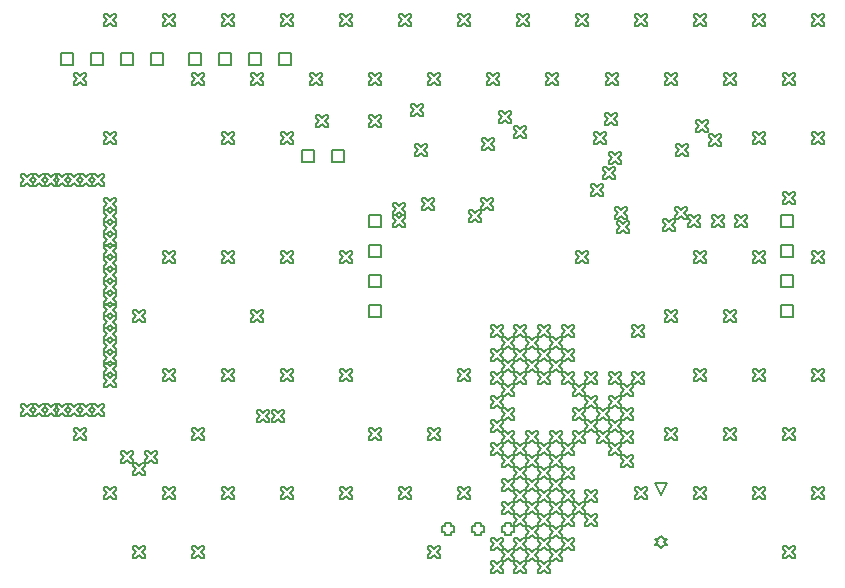
<source format=gbr>
%TF.GenerationSoftware,Altium Limited,Altium Designer,22.10.1 (41)*%
G04 Layer_Color=2752767*
%FSLAX45Y45*%
%MOMM*%
%TF.SameCoordinates,C9E4A285-3493-4599-8121-F693CE24ADE7*%
%TF.FilePolarity,Positive*%
%TF.FileFunction,Drawing*%
%TF.Part,Single*%
G01*
G75*
%TA.AperFunction,NonConductor*%
%ADD48C,0.12700*%
D48*
X3586480Y668020D02*
Y642620D01*
X3637280D01*
Y668020D01*
X3662680D01*
Y718820D01*
X3637280D01*
Y744220D01*
X3586480D01*
Y718820D01*
X3561080D01*
Y668020D01*
X3586480D01*
X3840480D02*
Y642620D01*
X3891280D01*
Y668020D01*
X3916680D01*
Y718820D01*
X3891280D01*
Y744220D01*
X3840480D01*
Y718820D01*
X3815080D01*
Y668020D01*
X3840480D01*
X4094480D02*
Y642620D01*
X4145280D01*
Y668020D01*
X4170680D01*
Y718820D01*
X4145280D01*
Y744220D01*
X4094480D01*
Y718820D01*
X4069080D01*
Y668020D01*
X4094480D01*
X2946400Y2489200D02*
Y2590800D01*
X3048000D01*
Y2489200D01*
X2946400D01*
Y2743200D02*
Y2844800D01*
X3048000D01*
Y2743200D01*
X2946400D01*
Y2997200D02*
Y3098800D01*
X3048000D01*
Y2997200D01*
X2946400D01*
Y3251200D02*
Y3352800D01*
X3048000D01*
Y3251200D01*
X2946400D01*
X1419200Y4619200D02*
Y4720800D01*
X1520800D01*
Y4619200D01*
X1419200D01*
X1673200D02*
Y4720800D01*
X1774800D01*
Y4619200D01*
X1673200D01*
X1927200D02*
Y4720800D01*
X2028800D01*
Y4619200D01*
X1927200D01*
X2181200D02*
Y4720800D01*
X2282800D01*
Y4619200D01*
X2181200D01*
X5420000Y979200D02*
X5369200Y1080800D01*
X5470800D01*
X5420000Y979200D01*
Y529200D02*
X5445400Y554600D01*
X5470800D01*
X5445400Y580000D01*
X5470800Y605400D01*
X5445400D01*
X5420000Y630800D01*
X5394600Y605400D01*
X5369200D01*
X5394600Y580000D01*
X5369200Y554600D01*
X5394600D01*
X5420000Y529200D01*
X1104900Y4622800D02*
Y4724400D01*
X1206500D01*
Y4622800D01*
X1104900D01*
X850900D02*
Y4724400D01*
X952500D01*
Y4622800D01*
X850900D01*
X596900D02*
Y4724400D01*
X698500D01*
Y4622800D01*
X596900D01*
X342900D02*
Y4724400D01*
X444500D01*
Y4622800D01*
X342900D01*
X2382520Y3802380D02*
Y3903980D01*
X2484120D01*
Y3802380D01*
X2382520D01*
X2636520D02*
Y3903980D01*
X2738120D01*
Y3802380D01*
X2636520D01*
X6438900Y2489200D02*
Y2590800D01*
X6540500D01*
Y2489200D01*
X6438900D01*
Y2743200D02*
Y2844800D01*
X6540500D01*
Y2743200D01*
X6438900D01*
Y2997200D02*
Y3098800D01*
X6540500D01*
Y2997200D01*
X6438900D01*
Y3251200D02*
Y3352800D01*
X6540500D01*
Y3251200D01*
X6438900D01*
X5829300Y3937000D02*
X5854700D01*
X5880100Y3962400D01*
X5905500Y3937000D01*
X5930900D01*
Y3962400D01*
X5905500Y3987800D01*
X5930900Y4013200D01*
Y4038600D01*
X5905500D01*
X5880100Y4013200D01*
X5854700Y4038600D01*
X5829300D01*
Y4013200D01*
X5854700Y3987800D01*
X5829300Y3962400D01*
Y3937000D01*
X5715000Y4051300D02*
X5740400D01*
X5765800Y4076700D01*
X5791200Y4051300D01*
X5816600D01*
Y4076700D01*
X5791200Y4102100D01*
X5816600Y4127500D01*
Y4152900D01*
X5791200D01*
X5765800Y4127500D01*
X5740400Y4152900D01*
X5715000D01*
Y4127500D01*
X5740400Y4102100D01*
X5715000Y4076700D01*
Y4051300D01*
X4051300Y4127500D02*
X4076700D01*
X4102100Y4152900D01*
X4127500Y4127500D01*
X4152900D01*
Y4152900D01*
X4127500Y4178300D01*
X4152900Y4203700D01*
Y4229100D01*
X4127500D01*
X4102100Y4203700D01*
X4076700Y4229100D01*
X4051300D01*
Y4203700D01*
X4076700Y4178300D01*
X4051300Y4152900D01*
Y4127500D01*
X4178300Y4000500D02*
X4203700D01*
X4229100Y4025900D01*
X4254500Y4000500D01*
X4279900D01*
Y4025900D01*
X4254500Y4051300D01*
X4279900Y4076700D01*
Y4102100D01*
X4254500D01*
X4229100Y4076700D01*
X4203700Y4102100D01*
X4178300D01*
Y4076700D01*
X4203700Y4051300D01*
X4178300Y4025900D01*
Y4000500D01*
X5049200Y3199200D02*
X5074600D01*
X5100000Y3224600D01*
X5125400Y3199200D01*
X5150800D01*
Y3224600D01*
X5125400Y3250000D01*
X5150800Y3275400D01*
Y3300800D01*
X5125400D01*
X5100000Y3275400D01*
X5074600Y3300800D01*
X5049200D01*
Y3275400D01*
X5074600Y3250000D01*
X5049200Y3224600D01*
Y3199200D01*
X2949200Y4099200D02*
X2974600D01*
X3000000Y4124600D01*
X3025400Y4099200D01*
X3050800D01*
Y4124600D01*
X3025400Y4150000D01*
X3050800Y4175400D01*
Y4200800D01*
X3025400D01*
X3000000Y4175400D01*
X2974600Y4200800D01*
X2949200D01*
Y4175400D01*
X2974600Y4150000D01*
X2949200Y4124600D01*
Y4099200D01*
X2499200D02*
X2524600D01*
X2550000Y4124600D01*
X2575400Y4099200D01*
X2600800D01*
Y4124600D01*
X2575400Y4150000D01*
X2600800Y4175400D01*
Y4200800D01*
X2575400D01*
X2550000Y4175400D01*
X2524600Y4200800D01*
X2499200D01*
Y4175400D01*
X2524600Y4150000D01*
X2499200Y4124600D01*
Y4099200D01*
X5549200Y3849200D02*
X5574600D01*
X5600000Y3874600D01*
X5625400Y3849200D01*
X5650800D01*
Y3874600D01*
X5625400Y3900000D01*
X5650800Y3925400D01*
Y3950800D01*
X5625400D01*
X5600000Y3925400D01*
X5574600Y3950800D01*
X5549200D01*
Y3925400D01*
X5574600Y3900000D01*
X5549200Y3874600D01*
Y3849200D01*
X3899200Y3899200D02*
X3924600D01*
X3950000Y3924600D01*
X3975400Y3899200D01*
X4000800D01*
Y3924600D01*
X3975400Y3950000D01*
X4000800Y3975400D01*
Y4000800D01*
X3975400D01*
X3950000Y3975400D01*
X3924600Y4000800D01*
X3899200D01*
Y3975400D01*
X3924600Y3950000D01*
X3899200Y3924600D01*
Y3899200D01*
X4849200Y3949200D02*
X4874600D01*
X4900000Y3974600D01*
X4925400Y3949200D01*
X4950800D01*
Y3974600D01*
X4925400Y4000000D01*
X4950800Y4025400D01*
Y4050800D01*
X4925400D01*
X4900000Y4025400D01*
X4874600Y4050800D01*
X4849200D01*
Y4025400D01*
X4874600Y4000000D01*
X4849200Y3974600D01*
Y3949200D01*
X6049200Y3249200D02*
X6074600D01*
X6100000Y3274600D01*
X6125400Y3249200D01*
X6150800D01*
Y3274600D01*
X6125400Y3300000D01*
X6150800Y3325400D01*
Y3350800D01*
X6125400D01*
X6100000Y3325400D01*
X6074600Y3350800D01*
X6049200D01*
Y3325400D01*
X6074600Y3300000D01*
X6049200Y3274600D01*
Y3249200D01*
X5849200D02*
X5874600D01*
X5900000Y3274600D01*
X5925400Y3249200D01*
X5950800D01*
Y3274600D01*
X5925400Y3300000D01*
X5950800Y3325400D01*
Y3350800D01*
X5925400D01*
X5900000Y3325400D01*
X5874600Y3350800D01*
X5849200D01*
Y3325400D01*
X5874600Y3300000D01*
X5849200Y3274600D01*
Y3249200D01*
X5649200D02*
X5674600D01*
X5700000Y3274600D01*
X5725400Y3249200D01*
X5750800D01*
Y3274600D01*
X5725400Y3300000D01*
X5750800Y3325400D01*
Y3350800D01*
X5725400D01*
X5700000Y3325400D01*
X5674600Y3350800D01*
X5649200D01*
Y3325400D01*
X5674600Y3300000D01*
X5649200Y3274600D01*
Y3249200D01*
X3149200D02*
X3174600D01*
X3200000Y3274600D01*
X3225400Y3249200D01*
X3250800D01*
Y3274600D01*
X3225400Y3300000D01*
X3250800Y3325400D01*
Y3350800D01*
X3225400D01*
X3200000Y3325400D01*
X3174600Y3350800D01*
X3149200D01*
Y3325400D01*
X3174600Y3300000D01*
X3149200Y3274600D01*
Y3249200D01*
Y3349200D02*
X3174600D01*
X3200000Y3374600D01*
X3225400Y3349200D01*
X3250800D01*
Y3374600D01*
X3225400Y3400000D01*
X3250800Y3425400D01*
Y3450800D01*
X3225400D01*
X3200000Y3425400D01*
X3174600Y3450800D01*
X3149200D01*
Y3425400D01*
X3174600Y3400000D01*
X3149200Y3374600D01*
Y3349200D01*
X699974Y1893689D02*
X725374D01*
X750774Y1919089D01*
X776174Y1893689D01*
X801574D01*
Y1919089D01*
X776174Y1944489D01*
X801574Y1969889D01*
Y1995289D01*
X776174D01*
X750774Y1969889D01*
X725374Y1995289D01*
X699974D01*
Y1969889D01*
X725374Y1944489D01*
X699974Y1919089D01*
Y1893689D01*
Y1993689D02*
X725374D01*
X750774Y2019089D01*
X776174Y1993689D01*
X801574D01*
Y2019089D01*
X776174Y2044489D01*
X801574Y2069889D01*
Y2095289D01*
X776174D01*
X750774Y2069889D01*
X725374Y2095289D01*
X699974D01*
Y2069889D01*
X725374Y2044489D01*
X699974Y2019089D01*
Y1993689D01*
Y2093689D02*
X725374D01*
X750774Y2119089D01*
X776174Y2093689D01*
X801574D01*
Y2119089D01*
X776174Y2144489D01*
X801574Y2169889D01*
Y2195289D01*
X776174D01*
X750774Y2169889D01*
X725374Y2195289D01*
X699974D01*
Y2169889D01*
X725374Y2144489D01*
X699974Y2119089D01*
Y2093689D01*
Y2193689D02*
X725374D01*
X750774Y2219089D01*
X776174Y2193689D01*
X801574D01*
Y2219089D01*
X776174Y2244489D01*
X801574Y2269889D01*
Y2295289D01*
X776174D01*
X750774Y2269889D01*
X725374Y2295289D01*
X699974D01*
Y2269889D01*
X725374Y2244489D01*
X699974Y2219089D01*
Y2193689D01*
Y2293689D02*
X725374D01*
X750774Y2319089D01*
X776174Y2293689D01*
X801574D01*
Y2319089D01*
X776174Y2344489D01*
X801574Y2369889D01*
Y2395289D01*
X776174D01*
X750774Y2369889D01*
X725374Y2395289D01*
X699974D01*
Y2369889D01*
X725374Y2344489D01*
X699974Y2319089D01*
Y2293689D01*
Y2393689D02*
X725374D01*
X750774Y2419089D01*
X776174Y2393689D01*
X801574D01*
Y2419089D01*
X776174Y2444489D01*
X801574Y2469889D01*
Y2495289D01*
X776174D01*
X750774Y2469889D01*
X725374Y2495289D01*
X699974D01*
Y2469889D01*
X725374Y2444489D01*
X699974Y2419089D01*
Y2393689D01*
Y2493689D02*
X725374D01*
X750774Y2519089D01*
X776174Y2493689D01*
X801574D01*
Y2519089D01*
X776174Y2544489D01*
X801574Y2569889D01*
Y2595289D01*
X776174D01*
X750774Y2569889D01*
X725374Y2595289D01*
X699974D01*
Y2569889D01*
X725374Y2544489D01*
X699974Y2519089D01*
Y2493689D01*
Y2593689D02*
X725374D01*
X750774Y2619089D01*
X776174Y2593689D01*
X801574D01*
Y2619089D01*
X776174Y2644489D01*
X801574Y2669889D01*
Y2695289D01*
X776174D01*
X750774Y2669889D01*
X725374Y2695289D01*
X699974D01*
Y2669889D01*
X725374Y2644489D01*
X699974Y2619089D01*
Y2593689D01*
Y2693689D02*
X725374D01*
X750774Y2719089D01*
X776174Y2693689D01*
X801574D01*
Y2719089D01*
X776174Y2744489D01*
X801574Y2769889D01*
Y2795289D01*
X776174D01*
X750774Y2769889D01*
X725374Y2795289D01*
X699974D01*
Y2769889D01*
X725374Y2744489D01*
X699974Y2719089D01*
Y2693689D01*
Y2793689D02*
X725374D01*
X750774Y2819089D01*
X776174Y2793689D01*
X801574D01*
Y2819089D01*
X776174Y2844489D01*
X801574Y2869889D01*
Y2895289D01*
X776174D01*
X750774Y2869889D01*
X725374Y2895289D01*
X699974D01*
Y2869889D01*
X725374Y2844489D01*
X699974Y2819089D01*
Y2793689D01*
Y2893689D02*
X725374D01*
X750774Y2919089D01*
X776174Y2893689D01*
X801574D01*
Y2919089D01*
X776174Y2944489D01*
X801574Y2969889D01*
Y2995289D01*
X776174D01*
X750774Y2969889D01*
X725374Y2995289D01*
X699974D01*
Y2969889D01*
X725374Y2944489D01*
X699974Y2919089D01*
Y2893689D01*
Y2993689D02*
X725374D01*
X750774Y3019089D01*
X776174Y2993689D01*
X801574D01*
Y3019089D01*
X776174Y3044489D01*
X801574Y3069889D01*
Y3095289D01*
X776174D01*
X750774Y3069889D01*
X725374Y3095289D01*
X699974D01*
Y3069889D01*
X725374Y3044489D01*
X699974Y3019089D01*
Y2993689D01*
Y3093689D02*
X725374D01*
X750774Y3119089D01*
X776174Y3093689D01*
X801574D01*
Y3119089D01*
X776174Y3144489D01*
X801574Y3169889D01*
Y3195289D01*
X776174D01*
X750774Y3169889D01*
X725374Y3195289D01*
X699974D01*
Y3169889D01*
X725374Y3144489D01*
X699974Y3119089D01*
Y3093689D01*
Y3193689D02*
X725374D01*
X750774Y3219089D01*
X776174Y3193689D01*
X801574D01*
Y3219089D01*
X776174Y3244489D01*
X801574Y3269889D01*
Y3295289D01*
X776174D01*
X750774Y3269889D01*
X725374Y3295289D01*
X699974D01*
Y3269889D01*
X725374Y3244489D01*
X699974Y3219089D01*
Y3193689D01*
X6699200Y4949200D02*
X6724600D01*
X6750000Y4974600D01*
X6775400Y4949200D01*
X6800800D01*
Y4974600D01*
X6775400Y5000000D01*
X6800800Y5025400D01*
Y5050800D01*
X6775400D01*
X6750000Y5025400D01*
X6724600Y5050800D01*
X6699200D01*
Y5025400D01*
X6724600Y5000000D01*
X6699200Y4974600D01*
Y4949200D01*
X6449200Y4449200D02*
X6474600D01*
X6500000Y4474600D01*
X6525400Y4449200D01*
X6550800D01*
Y4474600D01*
X6525400Y4500000D01*
X6550800Y4525400D01*
Y4550800D01*
X6525400D01*
X6500000Y4525400D01*
X6474600Y4550800D01*
X6449200D01*
Y4525400D01*
X6474600Y4500000D01*
X6449200Y4474600D01*
Y4449200D01*
X6699200Y3949200D02*
X6724600D01*
X6750000Y3974600D01*
X6775400Y3949200D01*
X6800800D01*
Y3974600D01*
X6775400Y4000000D01*
X6800800Y4025400D01*
Y4050800D01*
X6775400D01*
X6750000Y4025400D01*
X6724600Y4050800D01*
X6699200D01*
Y4025400D01*
X6724600Y4000000D01*
X6699200Y3974600D01*
Y3949200D01*
X6449200Y3449200D02*
X6474600D01*
X6500000Y3474600D01*
X6525400Y3449200D01*
X6550800D01*
Y3474600D01*
X6525400Y3500000D01*
X6550800Y3525400D01*
Y3550800D01*
X6525400D01*
X6500000Y3525400D01*
X6474600Y3550800D01*
X6449200D01*
Y3525400D01*
X6474600Y3500000D01*
X6449200Y3474600D01*
Y3449200D01*
X6699200Y2949200D02*
X6724600D01*
X6750000Y2974600D01*
X6775400Y2949200D01*
X6800800D01*
Y2974600D01*
X6775400Y3000000D01*
X6800800Y3025400D01*
Y3050800D01*
X6775400D01*
X6750000Y3025400D01*
X6724600Y3050800D01*
X6699200D01*
Y3025400D01*
X6724600Y3000000D01*
X6699200Y2974600D01*
Y2949200D01*
Y1949200D02*
X6724600D01*
X6750000Y1974600D01*
X6775400Y1949200D01*
X6800800D01*
Y1974600D01*
X6775400Y2000000D01*
X6800800Y2025400D01*
Y2050800D01*
X6775400D01*
X6750000Y2025400D01*
X6724600Y2050800D01*
X6699200D01*
Y2025400D01*
X6724600Y2000000D01*
X6699200Y1974600D01*
Y1949200D01*
X6449200Y1449200D02*
X6474600D01*
X6500000Y1474600D01*
X6525400Y1449200D01*
X6550800D01*
Y1474600D01*
X6525400Y1500000D01*
X6550800Y1525400D01*
Y1550800D01*
X6525400D01*
X6500000Y1525400D01*
X6474600Y1550800D01*
X6449200D01*
Y1525400D01*
X6474600Y1500000D01*
X6449200Y1474600D01*
Y1449200D01*
X6699200Y949200D02*
X6724600D01*
X6750000Y974600D01*
X6775400Y949200D01*
X6800800D01*
Y974600D01*
X6775400Y1000000D01*
X6800800Y1025400D01*
Y1050800D01*
X6775400D01*
X6750000Y1025400D01*
X6724600Y1050800D01*
X6699200D01*
Y1025400D01*
X6724600Y1000000D01*
X6699200Y974600D01*
Y949200D01*
X6449200Y449200D02*
X6474600D01*
X6500000Y474600D01*
X6525400Y449200D01*
X6550800D01*
Y474600D01*
X6525400Y500000D01*
X6550800Y525400D01*
Y550800D01*
X6525400D01*
X6500000Y525400D01*
X6474600Y550800D01*
X6449200D01*
Y525400D01*
X6474600Y500000D01*
X6449200Y474600D01*
Y449200D01*
X6199200Y4949200D02*
X6224600D01*
X6250000Y4974600D01*
X6275400Y4949200D01*
X6300800D01*
Y4974600D01*
X6275400Y5000000D01*
X6300800Y5025400D01*
Y5050800D01*
X6275400D01*
X6250000Y5025400D01*
X6224600Y5050800D01*
X6199200D01*
Y5025400D01*
X6224600Y5000000D01*
X6199200Y4974600D01*
Y4949200D01*
X5949200Y4449200D02*
X5974600D01*
X6000000Y4474600D01*
X6025400Y4449200D01*
X6050800D01*
Y4474600D01*
X6025400Y4500000D01*
X6050800Y4525400D01*
Y4550800D01*
X6025400D01*
X6000000Y4525400D01*
X5974600Y4550800D01*
X5949200D01*
Y4525400D01*
X5974600Y4500000D01*
X5949200Y4474600D01*
Y4449200D01*
X6199200Y3949200D02*
X6224600D01*
X6250000Y3974600D01*
X6275400Y3949200D01*
X6300800D01*
Y3974600D01*
X6275400Y4000000D01*
X6300800Y4025400D01*
Y4050800D01*
X6275400D01*
X6250000Y4025400D01*
X6224600Y4050800D01*
X6199200D01*
Y4025400D01*
X6224600Y4000000D01*
X6199200Y3974600D01*
Y3949200D01*
Y2949200D02*
X6224600D01*
X6250000Y2974600D01*
X6275400Y2949200D01*
X6300800D01*
Y2974600D01*
X6275400Y3000000D01*
X6300800Y3025400D01*
Y3050800D01*
X6275400D01*
X6250000Y3025400D01*
X6224600Y3050800D01*
X6199200D01*
Y3025400D01*
X6224600Y3000000D01*
X6199200Y2974600D01*
Y2949200D01*
X5949200Y2449200D02*
X5974600D01*
X6000000Y2474600D01*
X6025400Y2449200D01*
X6050800D01*
Y2474600D01*
X6025400Y2500000D01*
X6050800Y2525400D01*
Y2550800D01*
X6025400D01*
X6000000Y2525400D01*
X5974600Y2550800D01*
X5949200D01*
Y2525400D01*
X5974600Y2500000D01*
X5949200Y2474600D01*
Y2449200D01*
X6199200Y1949200D02*
X6224600D01*
X6250000Y1974600D01*
X6275400Y1949200D01*
X6300800D01*
Y1974600D01*
X6275400Y2000000D01*
X6300800Y2025400D01*
Y2050800D01*
X6275400D01*
X6250000Y2025400D01*
X6224600Y2050800D01*
X6199200D01*
Y2025400D01*
X6224600Y2000000D01*
X6199200Y1974600D01*
Y1949200D01*
X5949200Y1449200D02*
X5974600D01*
X6000000Y1474600D01*
X6025400Y1449200D01*
X6050800D01*
Y1474600D01*
X6025400Y1500000D01*
X6050800Y1525400D01*
Y1550800D01*
X6025400D01*
X6000000Y1525400D01*
X5974600Y1550800D01*
X5949200D01*
Y1525400D01*
X5974600Y1500000D01*
X5949200Y1474600D01*
Y1449200D01*
X6199200Y949200D02*
X6224600D01*
X6250000Y974600D01*
X6275400Y949200D01*
X6300800D01*
Y974600D01*
X6275400Y1000000D01*
X6300800Y1025400D01*
Y1050800D01*
X6275400D01*
X6250000Y1025400D01*
X6224600Y1050800D01*
X6199200D01*
Y1025400D01*
X6224600Y1000000D01*
X6199200Y974600D01*
Y949200D01*
X5699200Y4949200D02*
X5724600D01*
X5750000Y4974600D01*
X5775400Y4949200D01*
X5800800D01*
Y4974600D01*
X5775400Y5000000D01*
X5800800Y5025400D01*
Y5050800D01*
X5775400D01*
X5750000Y5025400D01*
X5724600Y5050800D01*
X5699200D01*
Y5025400D01*
X5724600Y5000000D01*
X5699200Y4974600D01*
Y4949200D01*
X5449200Y4449200D02*
X5474600D01*
X5500000Y4474600D01*
X5525400Y4449200D01*
X5550800D01*
Y4474600D01*
X5525400Y4500000D01*
X5550800Y4525400D01*
Y4550800D01*
X5525400D01*
X5500000Y4525400D01*
X5474600Y4550800D01*
X5449200D01*
Y4525400D01*
X5474600Y4500000D01*
X5449200Y4474600D01*
Y4449200D01*
X5699200Y2949200D02*
X5724600D01*
X5750000Y2974600D01*
X5775400Y2949200D01*
X5800800D01*
Y2974600D01*
X5775400Y3000000D01*
X5800800Y3025400D01*
Y3050800D01*
X5775400D01*
X5750000Y3025400D01*
X5724600Y3050800D01*
X5699200D01*
Y3025400D01*
X5724600Y3000000D01*
X5699200Y2974600D01*
Y2949200D01*
X5449200Y2449200D02*
X5474600D01*
X5500000Y2474600D01*
X5525400Y2449200D01*
X5550800D01*
Y2474600D01*
X5525400Y2500000D01*
X5550800Y2525400D01*
Y2550800D01*
X5525400D01*
X5500000Y2525400D01*
X5474600Y2550800D01*
X5449200D01*
Y2525400D01*
X5474600Y2500000D01*
X5449200Y2474600D01*
Y2449200D01*
X5699200Y1949200D02*
X5724600D01*
X5750000Y1974600D01*
X5775400Y1949200D01*
X5800800D01*
Y1974600D01*
X5775400Y2000000D01*
X5800800Y2025400D01*
Y2050800D01*
X5775400D01*
X5750000Y2025400D01*
X5724600Y2050800D01*
X5699200D01*
Y2025400D01*
X5724600Y2000000D01*
X5699200Y1974600D01*
Y1949200D01*
X5449200Y1449200D02*
X5474600D01*
X5500000Y1474600D01*
X5525400Y1449200D01*
X5550800D01*
Y1474600D01*
X5525400Y1500000D01*
X5550800Y1525400D01*
Y1550800D01*
X5525400D01*
X5500000Y1525400D01*
X5474600Y1550800D01*
X5449200D01*
Y1525400D01*
X5474600Y1500000D01*
X5449200Y1474600D01*
Y1449200D01*
X5699200Y949200D02*
X5724600D01*
X5750000Y974600D01*
X5775400Y949200D01*
X5800800D01*
Y974600D01*
X5775400Y1000000D01*
X5800800Y1025400D01*
Y1050800D01*
X5775400D01*
X5750000Y1025400D01*
X5724600Y1050800D01*
X5699200D01*
Y1025400D01*
X5724600Y1000000D01*
X5699200Y974600D01*
Y949200D01*
X5199200Y4949200D02*
X5224600D01*
X5250000Y4974600D01*
X5275400Y4949200D01*
X5300800D01*
Y4974600D01*
X5275400Y5000000D01*
X5300800Y5025400D01*
Y5050800D01*
X5275400D01*
X5250000Y5025400D01*
X5224600Y5050800D01*
X5199200D01*
Y5025400D01*
X5224600Y5000000D01*
X5199200Y4974600D01*
Y4949200D01*
X4949200Y4449200D02*
X4974600D01*
X5000000Y4474600D01*
X5025400Y4449200D01*
X5050800D01*
Y4474600D01*
X5025400Y4500000D01*
X5050800Y4525400D01*
Y4550800D01*
X5025400D01*
X5000000Y4525400D01*
X4974600Y4550800D01*
X4949200D01*
Y4525400D01*
X4974600Y4500000D01*
X4949200Y4474600D01*
Y4449200D01*
X5199200Y949200D02*
X5224600D01*
X5250000Y974600D01*
X5275400Y949200D01*
X5300800D01*
Y974600D01*
X5275400Y1000000D01*
X5300800Y1025400D01*
Y1050800D01*
X5275400D01*
X5250000Y1025400D01*
X5224600Y1050800D01*
X5199200D01*
Y1025400D01*
X5224600Y1000000D01*
X5199200Y974600D01*
Y949200D01*
X4699200Y4949200D02*
X4724600D01*
X4750000Y4974600D01*
X4775400Y4949200D01*
X4800800D01*
Y4974600D01*
X4775400Y5000000D01*
X4800800Y5025400D01*
Y5050800D01*
X4775400D01*
X4750000Y5025400D01*
X4724600Y5050800D01*
X4699200D01*
Y5025400D01*
X4724600Y5000000D01*
X4699200Y4974600D01*
Y4949200D01*
X4449200Y4449200D02*
X4474600D01*
X4500000Y4474600D01*
X4525400Y4449200D01*
X4550800D01*
Y4474600D01*
X4525400Y4500000D01*
X4550800Y4525400D01*
Y4550800D01*
X4525400D01*
X4500000Y4525400D01*
X4474600Y4550800D01*
X4449200D01*
Y4525400D01*
X4474600Y4500000D01*
X4449200Y4474600D01*
Y4449200D01*
X4699200Y2949200D02*
X4724600D01*
X4750000Y2974600D01*
X4775400Y2949200D01*
X4800800D01*
Y2974600D01*
X4775400Y3000000D01*
X4800800Y3025400D01*
Y3050800D01*
X4775400D01*
X4750000Y3025400D01*
X4724600Y3050800D01*
X4699200D01*
Y3025400D01*
X4724600Y3000000D01*
X4699200Y2974600D01*
Y2949200D01*
X4199200Y4949200D02*
X4224600D01*
X4250000Y4974600D01*
X4275400Y4949200D01*
X4300800D01*
Y4974600D01*
X4275400Y5000000D01*
X4300800Y5025400D01*
Y5050800D01*
X4275400D01*
X4250000Y5025400D01*
X4224600Y5050800D01*
X4199200D01*
Y5025400D01*
X4224600Y5000000D01*
X4199200Y4974600D01*
Y4949200D01*
X3949200Y4449200D02*
X3974600D01*
X4000000Y4474600D01*
X4025400Y4449200D01*
X4050800D01*
Y4474600D01*
X4025400Y4500000D01*
X4050800Y4525400D01*
Y4550800D01*
X4025400D01*
X4000000Y4525400D01*
X3974600Y4550800D01*
X3949200D01*
Y4525400D01*
X3974600Y4500000D01*
X3949200Y4474600D01*
Y4449200D01*
X3699200Y4949200D02*
X3724600D01*
X3750000Y4974600D01*
X3775400Y4949200D01*
X3800800D01*
Y4974600D01*
X3775400Y5000000D01*
X3800800Y5025400D01*
Y5050800D01*
X3775400D01*
X3750000Y5025400D01*
X3724600Y5050800D01*
X3699200D01*
Y5025400D01*
X3724600Y5000000D01*
X3699200Y4974600D01*
Y4949200D01*
X3449200Y4449200D02*
X3474600D01*
X3500000Y4474600D01*
X3525400Y4449200D01*
X3550800D01*
Y4474600D01*
X3525400Y4500000D01*
X3550800Y4525400D01*
Y4550800D01*
X3525400D01*
X3500000Y4525400D01*
X3474600Y4550800D01*
X3449200D01*
Y4525400D01*
X3474600Y4500000D01*
X3449200Y4474600D01*
Y4449200D01*
X3699200Y1949200D02*
X3724600D01*
X3750000Y1974600D01*
X3775400Y1949200D01*
X3800800D01*
Y1974600D01*
X3775400Y2000000D01*
X3800800Y2025400D01*
Y2050800D01*
X3775400D01*
X3750000Y2025400D01*
X3724600Y2050800D01*
X3699200D01*
Y2025400D01*
X3724600Y2000000D01*
X3699200Y1974600D01*
Y1949200D01*
X3449200Y1449200D02*
X3474600D01*
X3500000Y1474600D01*
X3525400Y1449200D01*
X3550800D01*
Y1474600D01*
X3525400Y1500000D01*
X3550800Y1525400D01*
Y1550800D01*
X3525400D01*
X3500000Y1525400D01*
X3474600Y1550800D01*
X3449200D01*
Y1525400D01*
X3474600Y1500000D01*
X3449200Y1474600D01*
Y1449200D01*
X3699200Y949200D02*
X3724600D01*
X3750000Y974600D01*
X3775400Y949200D01*
X3800800D01*
Y974600D01*
X3775400Y1000000D01*
X3800800Y1025400D01*
Y1050800D01*
X3775400D01*
X3750000Y1025400D01*
X3724600Y1050800D01*
X3699200D01*
Y1025400D01*
X3724600Y1000000D01*
X3699200Y974600D01*
Y949200D01*
X3449200Y449200D02*
X3474600D01*
X3500000Y474600D01*
X3525400Y449200D01*
X3550800D01*
Y474600D01*
X3525400Y500000D01*
X3550800Y525400D01*
Y550800D01*
X3525400D01*
X3500000Y525400D01*
X3474600Y550800D01*
X3449200D01*
Y525400D01*
X3474600Y500000D01*
X3449200Y474600D01*
Y449200D01*
X3199200Y4949200D02*
X3224600D01*
X3250000Y4974600D01*
X3275400Y4949200D01*
X3300800D01*
Y4974600D01*
X3275400Y5000000D01*
X3300800Y5025400D01*
Y5050800D01*
X3275400D01*
X3250000Y5025400D01*
X3224600Y5050800D01*
X3199200D01*
Y5025400D01*
X3224600Y5000000D01*
X3199200Y4974600D01*
Y4949200D01*
X2949200Y4449200D02*
X2974600D01*
X3000000Y4474600D01*
X3025400Y4449200D01*
X3050800D01*
Y4474600D01*
X3025400Y4500000D01*
X3050800Y4525400D01*
Y4550800D01*
X3025400D01*
X3000000Y4525400D01*
X2974600Y4550800D01*
X2949200D01*
Y4525400D01*
X2974600Y4500000D01*
X2949200Y4474600D01*
Y4449200D01*
Y1449200D02*
X2974600D01*
X3000000Y1474600D01*
X3025400Y1449200D01*
X3050800D01*
Y1474600D01*
X3025400Y1500000D01*
X3050800Y1525400D01*
Y1550800D01*
X3025400D01*
X3000000Y1525400D01*
X2974600Y1550800D01*
X2949200D01*
Y1525400D01*
X2974600Y1500000D01*
X2949200Y1474600D01*
Y1449200D01*
X3199200Y949200D02*
X3224600D01*
X3250000Y974600D01*
X3275400Y949200D01*
X3300800D01*
Y974600D01*
X3275400Y1000000D01*
X3300800Y1025400D01*
Y1050800D01*
X3275400D01*
X3250000Y1025400D01*
X3224600Y1050800D01*
X3199200D01*
Y1025400D01*
X3224600Y1000000D01*
X3199200Y974600D01*
Y949200D01*
X2699200Y4949200D02*
X2724600D01*
X2750000Y4974600D01*
X2775400Y4949200D01*
X2800800D01*
Y4974600D01*
X2775400Y5000000D01*
X2800800Y5025400D01*
Y5050800D01*
X2775400D01*
X2750000Y5025400D01*
X2724600Y5050800D01*
X2699200D01*
Y5025400D01*
X2724600Y5000000D01*
X2699200Y4974600D01*
Y4949200D01*
X2449200Y4449200D02*
X2474600D01*
X2500000Y4474600D01*
X2525400Y4449200D01*
X2550800D01*
Y4474600D01*
X2525400Y4500000D01*
X2550800Y4525400D01*
Y4550800D01*
X2525400D01*
X2500000Y4525400D01*
X2474600Y4550800D01*
X2449200D01*
Y4525400D01*
X2474600Y4500000D01*
X2449200Y4474600D01*
Y4449200D01*
X2699200Y2949200D02*
X2724600D01*
X2750000Y2974600D01*
X2775400Y2949200D01*
X2800800D01*
Y2974600D01*
X2775400Y3000000D01*
X2800800Y3025400D01*
Y3050800D01*
X2775400D01*
X2750000Y3025400D01*
X2724600Y3050800D01*
X2699200D01*
Y3025400D01*
X2724600Y3000000D01*
X2699200Y2974600D01*
Y2949200D01*
Y1949200D02*
X2724600D01*
X2750000Y1974600D01*
X2775400Y1949200D01*
X2800800D01*
Y1974600D01*
X2775400Y2000000D01*
X2800800Y2025400D01*
Y2050800D01*
X2775400D01*
X2750000Y2025400D01*
X2724600Y2050800D01*
X2699200D01*
Y2025400D01*
X2724600Y2000000D01*
X2699200Y1974600D01*
Y1949200D01*
Y949200D02*
X2724600D01*
X2750000Y974600D01*
X2775400Y949200D01*
X2800800D01*
Y974600D01*
X2775400Y1000000D01*
X2800800Y1025400D01*
Y1050800D01*
X2775400D01*
X2750000Y1025400D01*
X2724600Y1050800D01*
X2699200D01*
Y1025400D01*
X2724600Y1000000D01*
X2699200Y974600D01*
Y949200D01*
X2199200Y4949200D02*
X2224600D01*
X2250000Y4974600D01*
X2275400Y4949200D01*
X2300800D01*
Y4974600D01*
X2275400Y5000000D01*
X2300800Y5025400D01*
Y5050800D01*
X2275400D01*
X2250000Y5025400D01*
X2224600Y5050800D01*
X2199200D01*
Y5025400D01*
X2224600Y5000000D01*
X2199200Y4974600D01*
Y4949200D01*
X1949200Y4449200D02*
X1974600D01*
X2000000Y4474600D01*
X2025400Y4449200D01*
X2050800D01*
Y4474600D01*
X2025400Y4500000D01*
X2050800Y4525400D01*
Y4550800D01*
X2025400D01*
X2000000Y4525400D01*
X1974600Y4550800D01*
X1949200D01*
Y4525400D01*
X1974600Y4500000D01*
X1949200Y4474600D01*
Y4449200D01*
X2199200Y3949200D02*
X2224600D01*
X2250000Y3974600D01*
X2275400Y3949200D01*
X2300800D01*
Y3974600D01*
X2275400Y4000000D01*
X2300800Y4025400D01*
Y4050800D01*
X2275400D01*
X2250000Y4025400D01*
X2224600Y4050800D01*
X2199200D01*
Y4025400D01*
X2224600Y4000000D01*
X2199200Y3974600D01*
Y3949200D01*
Y2949200D02*
X2224600D01*
X2250000Y2974600D01*
X2275400Y2949200D01*
X2300800D01*
Y2974600D01*
X2275400Y3000000D01*
X2300800Y3025400D01*
Y3050800D01*
X2275400D01*
X2250000Y3025400D01*
X2224600Y3050800D01*
X2199200D01*
Y3025400D01*
X2224600Y3000000D01*
X2199200Y2974600D01*
Y2949200D01*
X1949200Y2449200D02*
X1974600D01*
X2000000Y2474600D01*
X2025400Y2449200D01*
X2050800D01*
Y2474600D01*
X2025400Y2500000D01*
X2050800Y2525400D01*
Y2550800D01*
X2025400D01*
X2000000Y2525400D01*
X1974600Y2550800D01*
X1949200D01*
Y2525400D01*
X1974600Y2500000D01*
X1949200Y2474600D01*
Y2449200D01*
X2199200Y1949200D02*
X2224600D01*
X2250000Y1974600D01*
X2275400Y1949200D01*
X2300800D01*
Y1974600D01*
X2275400Y2000000D01*
X2300800Y2025400D01*
Y2050800D01*
X2275400D01*
X2250000Y2025400D01*
X2224600Y2050800D01*
X2199200D01*
Y2025400D01*
X2224600Y2000000D01*
X2199200Y1974600D01*
Y1949200D01*
Y949200D02*
X2224600D01*
X2250000Y974600D01*
X2275400Y949200D01*
X2300800D01*
Y974600D01*
X2275400Y1000000D01*
X2300800Y1025400D01*
Y1050800D01*
X2275400D01*
X2250000Y1025400D01*
X2224600Y1050800D01*
X2199200D01*
Y1025400D01*
X2224600Y1000000D01*
X2199200Y974600D01*
Y949200D01*
X1699200Y4949200D02*
X1724600D01*
X1750000Y4974600D01*
X1775400Y4949200D01*
X1800800D01*
Y4974600D01*
X1775400Y5000000D01*
X1800800Y5025400D01*
Y5050800D01*
X1775400D01*
X1750000Y5025400D01*
X1724600Y5050800D01*
X1699200D01*
Y5025400D01*
X1724600Y5000000D01*
X1699200Y4974600D01*
Y4949200D01*
X1449200Y4449200D02*
X1474600D01*
X1500000Y4474600D01*
X1525400Y4449200D01*
X1550800D01*
Y4474600D01*
X1525400Y4500000D01*
X1550800Y4525400D01*
Y4550800D01*
X1525400D01*
X1500000Y4525400D01*
X1474600Y4550800D01*
X1449200D01*
Y4525400D01*
X1474600Y4500000D01*
X1449200Y4474600D01*
Y4449200D01*
X1699200Y3949200D02*
X1724600D01*
X1750000Y3974600D01*
X1775400Y3949200D01*
X1800800D01*
Y3974600D01*
X1775400Y4000000D01*
X1800800Y4025400D01*
Y4050800D01*
X1775400D01*
X1750000Y4025400D01*
X1724600Y4050800D01*
X1699200D01*
Y4025400D01*
X1724600Y4000000D01*
X1699200Y3974600D01*
Y3949200D01*
Y2949200D02*
X1724600D01*
X1750000Y2974600D01*
X1775400Y2949200D01*
X1800800D01*
Y2974600D01*
X1775400Y3000000D01*
X1800800Y3025400D01*
Y3050800D01*
X1775400D01*
X1750000Y3025400D01*
X1724600Y3050800D01*
X1699200D01*
Y3025400D01*
X1724600Y3000000D01*
X1699200Y2974600D01*
Y2949200D01*
Y1949200D02*
X1724600D01*
X1750000Y1974600D01*
X1775400Y1949200D01*
X1800800D01*
Y1974600D01*
X1775400Y2000000D01*
X1800800Y2025400D01*
Y2050800D01*
X1775400D01*
X1750000Y2025400D01*
X1724600Y2050800D01*
X1699200D01*
Y2025400D01*
X1724600Y2000000D01*
X1699200Y1974600D01*
Y1949200D01*
X1449200Y1449200D02*
X1474600D01*
X1500000Y1474600D01*
X1525400Y1449200D01*
X1550800D01*
Y1474600D01*
X1525400Y1500000D01*
X1550800Y1525400D01*
Y1550800D01*
X1525400D01*
X1500000Y1525400D01*
X1474600Y1550800D01*
X1449200D01*
Y1525400D01*
X1474600Y1500000D01*
X1449200Y1474600D01*
Y1449200D01*
X1699200Y949200D02*
X1724600D01*
X1750000Y974600D01*
X1775400Y949200D01*
X1800800D01*
Y974600D01*
X1775400Y1000000D01*
X1800800Y1025400D01*
Y1050800D01*
X1775400D01*
X1750000Y1025400D01*
X1724600Y1050800D01*
X1699200D01*
Y1025400D01*
X1724600Y1000000D01*
X1699200Y974600D01*
Y949200D01*
X1449200Y449200D02*
X1474600D01*
X1500000Y474600D01*
X1525400Y449200D01*
X1550800D01*
Y474600D01*
X1525400Y500000D01*
X1550800Y525400D01*
Y550800D01*
X1525400D01*
X1500000Y525400D01*
X1474600Y550800D01*
X1449200D01*
Y525400D01*
X1474600Y500000D01*
X1449200Y474600D01*
Y449200D01*
X1199200Y4949200D02*
X1224600D01*
X1250000Y4974600D01*
X1275400Y4949200D01*
X1300800D01*
Y4974600D01*
X1275400Y5000000D01*
X1300800Y5025400D01*
Y5050800D01*
X1275400D01*
X1250000Y5025400D01*
X1224600Y5050800D01*
X1199200D01*
Y5025400D01*
X1224600Y5000000D01*
X1199200Y4974600D01*
Y4949200D01*
Y2949200D02*
X1224600D01*
X1250000Y2974600D01*
X1275400Y2949200D01*
X1300800D01*
Y2974600D01*
X1275400Y3000000D01*
X1300800Y3025400D01*
Y3050800D01*
X1275400D01*
X1250000Y3025400D01*
X1224600Y3050800D01*
X1199200D01*
Y3025400D01*
X1224600Y3000000D01*
X1199200Y2974600D01*
Y2949200D01*
X949200Y2449200D02*
X974600D01*
X1000000Y2474600D01*
X1025400Y2449200D01*
X1050800D01*
Y2474600D01*
X1025400Y2500000D01*
X1050800Y2525400D01*
Y2550800D01*
X1025400D01*
X1000000Y2525400D01*
X974600Y2550800D01*
X949200D01*
Y2525400D01*
X974600Y2500000D01*
X949200Y2474600D01*
Y2449200D01*
X1199200Y1949200D02*
X1224600D01*
X1250000Y1974600D01*
X1275400Y1949200D01*
X1300800D01*
Y1974600D01*
X1275400Y2000000D01*
X1300800Y2025400D01*
Y2050800D01*
X1275400D01*
X1250000Y2025400D01*
X1224600Y2050800D01*
X1199200D01*
Y2025400D01*
X1224600Y2000000D01*
X1199200Y1974600D01*
Y1949200D01*
Y949200D02*
X1224600D01*
X1250000Y974600D01*
X1275400Y949200D01*
X1300800D01*
Y974600D01*
X1275400Y1000000D01*
X1300800Y1025400D01*
Y1050800D01*
X1275400D01*
X1250000Y1025400D01*
X1224600Y1050800D01*
X1199200D01*
Y1025400D01*
X1224600Y1000000D01*
X1199200Y974600D01*
Y949200D01*
X949200Y449200D02*
X974600D01*
X1000000Y474600D01*
X1025400Y449200D01*
X1050800D01*
Y474600D01*
X1025400Y500000D01*
X1050800Y525400D01*
Y550800D01*
X1025400D01*
X1000000Y525400D01*
X974600Y550800D01*
X949200D01*
Y525400D01*
X974600Y500000D01*
X949200Y474600D01*
Y449200D01*
X699200Y4949200D02*
X724600D01*
X750000Y4974600D01*
X775400Y4949200D01*
X800800D01*
Y4974600D01*
X775400Y5000000D01*
X800800Y5025400D01*
Y5050800D01*
X775400D01*
X750000Y5025400D01*
X724600Y5050800D01*
X699200D01*
Y5025400D01*
X724600Y5000000D01*
X699200Y4974600D01*
Y4949200D01*
X449200Y4449200D02*
X474600D01*
X500000Y4474600D01*
X525400Y4449200D01*
X550800D01*
Y4474600D01*
X525400Y4500000D01*
X550800Y4525400D01*
Y4550800D01*
X525400D01*
X500000Y4525400D01*
X474600Y4550800D01*
X449200D01*
Y4525400D01*
X474600Y4500000D01*
X449200Y4474600D01*
Y4449200D01*
X699200Y3949200D02*
X724600D01*
X750000Y3974600D01*
X775400Y3949200D01*
X800800D01*
Y3974600D01*
X775400Y4000000D01*
X800800Y4025400D01*
Y4050800D01*
X775400D01*
X750000Y4025400D01*
X724600Y4050800D01*
X699200D01*
Y4025400D01*
X724600Y4000000D01*
X699200Y3974600D01*
Y3949200D01*
X449200Y1449200D02*
X474600D01*
X500000Y1474600D01*
X525400Y1449200D01*
X550800D01*
Y1474600D01*
X525400Y1500000D01*
X550800Y1525400D01*
Y1550800D01*
X525400D01*
X500000Y1525400D01*
X474600Y1550800D01*
X449200D01*
Y1525400D01*
X474600Y1500000D01*
X449200Y1474600D01*
Y1449200D01*
X699200Y949200D02*
X724600D01*
X750000Y974600D01*
X775400Y949200D01*
X800800D01*
Y974600D01*
X775400Y1000000D01*
X800800Y1025400D01*
Y1050800D01*
X775400D01*
X750000Y1025400D01*
X724600Y1050800D01*
X699200D01*
Y1025400D01*
X724600Y1000000D01*
X699200Y974600D01*
Y949200D01*
X699974Y3293689D02*
X725374D01*
X750774Y3319089D01*
X776174Y3293689D01*
X801574D01*
Y3319089D01*
X776174Y3344489D01*
X801574Y3369889D01*
Y3395289D01*
X776174D01*
X750774Y3369889D01*
X725374Y3395289D01*
X699974D01*
Y3369889D01*
X725374Y3344489D01*
X699974Y3319089D01*
Y3293689D01*
Y3393689D02*
X725374D01*
X750774Y3419089D01*
X776174Y3393689D01*
X801574D01*
Y3419089D01*
X776174Y3444489D01*
X801574Y3469889D01*
Y3495289D01*
X776174D01*
X750774Y3469889D01*
X725374Y3495289D01*
X699974D01*
Y3469889D01*
X725374Y3444489D01*
X699974Y3419089D01*
Y3393689D01*
X599200Y3599200D02*
X624600D01*
X650000Y3624600D01*
X675400Y3599200D01*
X700800D01*
Y3624600D01*
X675400Y3650000D01*
X700800Y3675400D01*
Y3700800D01*
X675400D01*
X650000Y3675400D01*
X624600Y3700800D01*
X599200D01*
Y3675400D01*
X624600Y3650000D01*
X599200Y3624600D01*
Y3599200D01*
X499200D02*
X524600D01*
X550000Y3624600D01*
X575400Y3599200D01*
X600800D01*
Y3624600D01*
X575400Y3650000D01*
X600800Y3675400D01*
Y3700800D01*
X575400D01*
X550000Y3675400D01*
X524600Y3700800D01*
X499200D01*
Y3675400D01*
X524600Y3650000D01*
X499200Y3624600D01*
Y3599200D01*
X399200D02*
X424600D01*
X450000Y3624600D01*
X475400Y3599200D01*
X500800D01*
Y3624600D01*
X475400Y3650000D01*
X500800Y3675400D01*
Y3700800D01*
X475400D01*
X450000Y3675400D01*
X424600Y3700800D01*
X399200D01*
Y3675400D01*
X424600Y3650000D01*
X399200Y3624600D01*
Y3599200D01*
X299200D02*
X324600D01*
X350000Y3624600D01*
X375400Y3599200D01*
X400800D01*
Y3624600D01*
X375400Y3650000D01*
X400800Y3675400D01*
Y3700800D01*
X375400D01*
X350000Y3675400D01*
X324600Y3700800D01*
X299200D01*
Y3675400D01*
X324600Y3650000D01*
X299200Y3624600D01*
Y3599200D01*
X199200D02*
X224600D01*
X250000Y3624600D01*
X275400Y3599200D01*
X300800D01*
Y3624600D01*
X275400Y3650000D01*
X300800Y3675400D01*
Y3700800D01*
X275400D01*
X250000Y3675400D01*
X224600Y3700800D01*
X199200D01*
Y3675400D01*
X224600Y3650000D01*
X199200Y3624600D01*
Y3599200D01*
X-800D02*
X24600D01*
X50000Y3624600D01*
X75400Y3599200D01*
X100800D01*
Y3624600D01*
X75400Y3650000D01*
X100800Y3675400D01*
Y3700800D01*
X75400D01*
X50000Y3675400D01*
X24600Y3700800D01*
X-800D01*
Y3675400D01*
X24600Y3650000D01*
X-800Y3624600D01*
Y3599200D01*
X99200D02*
X124600D01*
X150000Y3624600D01*
X175400Y3599200D01*
X200800D01*
Y3624600D01*
X175400Y3650000D01*
X200800Y3675400D01*
Y3700800D01*
X175400D01*
X150000Y3675400D01*
X124600Y3700800D01*
X99200D01*
Y3675400D01*
X124600Y3650000D01*
X99200Y3624600D01*
Y3599200D01*
X599200Y1649200D02*
X624600D01*
X650000Y1674600D01*
X675400Y1649200D01*
X700800D01*
Y1674600D01*
X675400Y1700000D01*
X700800Y1725400D01*
Y1750800D01*
X675400D01*
X650000Y1725400D01*
X624600Y1750800D01*
X599200D01*
Y1725400D01*
X624600Y1700000D01*
X599200Y1674600D01*
Y1649200D01*
X499200D02*
X524600D01*
X550000Y1674600D01*
X575400Y1649200D01*
X600800D01*
Y1674600D01*
X575400Y1700000D01*
X600800Y1725400D01*
Y1750800D01*
X575400D01*
X550000Y1725400D01*
X524600Y1750800D01*
X499200D01*
Y1725400D01*
X524600Y1700000D01*
X499200Y1674600D01*
Y1649200D01*
X399200D02*
X424600D01*
X450000Y1674600D01*
X475400Y1649200D01*
X500800D01*
Y1674600D01*
X475400Y1700000D01*
X500800Y1725400D01*
Y1750800D01*
X475400D01*
X450000Y1725400D01*
X424600Y1750800D01*
X399200D01*
Y1725400D01*
X424600Y1700000D01*
X399200Y1674600D01*
Y1649200D01*
X299200D02*
X324600D01*
X350000Y1674600D01*
X375400Y1649200D01*
X400800D01*
Y1674600D01*
X375400Y1700000D01*
X400800Y1725400D01*
Y1750800D01*
X375400D01*
X350000Y1725400D01*
X324600Y1750800D01*
X299200D01*
Y1725400D01*
X324600Y1700000D01*
X299200Y1674600D01*
Y1649200D01*
X199200D02*
X224600D01*
X250000Y1674600D01*
X275400Y1649200D01*
X300800D01*
Y1674600D01*
X275400Y1700000D01*
X300800Y1725400D01*
Y1750800D01*
X275400D01*
X250000Y1725400D01*
X224600Y1750800D01*
X199200D01*
Y1725400D01*
X224600Y1700000D01*
X199200Y1674600D01*
Y1649200D01*
X-800D02*
X24600D01*
X50000Y1674600D01*
X75400Y1649200D01*
X100800D01*
Y1674600D01*
X75400Y1700000D01*
X100800Y1725400D01*
Y1750800D01*
X75400D01*
X50000Y1725400D01*
X24600Y1750800D01*
X-800D01*
Y1725400D01*
X24600Y1700000D01*
X-800Y1674600D01*
Y1649200D01*
X99200D02*
X124600D01*
X150000Y1674600D01*
X175400Y1649200D01*
X200800D01*
Y1674600D01*
X175400Y1700000D01*
X200800Y1725400D01*
Y1750800D01*
X175400D01*
X150000Y1725400D01*
X124600Y1750800D01*
X99200D01*
Y1725400D01*
X124600Y1700000D01*
X99200Y1674600D01*
Y1649200D01*
X4944200Y4116619D02*
X4969600D01*
X4995000Y4142019D01*
X5020400Y4116619D01*
X5045800D01*
Y4142019D01*
X5020400Y4167419D01*
X5045800Y4192819D01*
Y4218219D01*
X5020400D01*
X4995000Y4192819D01*
X4969600Y4218219D01*
X4944200D01*
Y4192819D01*
X4969600Y4167419D01*
X4944200Y4142019D01*
Y4116619D01*
X3305900Y4187739D02*
X3331300D01*
X3356700Y4213139D01*
X3382100Y4187739D01*
X3407500D01*
Y4213139D01*
X3382100Y4238539D01*
X3407500Y4263939D01*
Y4289339D01*
X3382100D01*
X3356700Y4263939D01*
X3331300Y4289339D01*
X3305900D01*
Y4263939D01*
X3331300Y4238539D01*
X3305900Y4213139D01*
Y4187739D01*
X4978400Y3782720D02*
X5003800D01*
X5029200Y3808120D01*
X5054600Y3782720D01*
X5080000D01*
Y3808120D01*
X5054600Y3833520D01*
X5080000Y3858920D01*
Y3884320D01*
X5054600D01*
X5029200Y3858920D01*
X5003800Y3884320D01*
X4978400D01*
Y3858920D01*
X5003800Y3833520D01*
X4978400Y3808120D01*
Y3782720D01*
X3340100Y3855720D02*
X3365500D01*
X3390900Y3881120D01*
X3416300Y3855720D01*
X3441700D01*
Y3881120D01*
X3416300Y3906520D01*
X3441700Y3931920D01*
Y3957320D01*
X3416300D01*
X3390900Y3931920D01*
X3365500Y3957320D01*
X3340100D01*
Y3931920D01*
X3365500Y3906520D01*
X3340100Y3881120D01*
Y3855720D01*
X3897730Y3391990D02*
X3923130D01*
X3948530Y3417390D01*
X3973930Y3391990D01*
X3999330D01*
Y3417390D01*
X3973930Y3442790D01*
X3999330Y3468190D01*
Y3493590D01*
X3973930D01*
X3948530Y3468190D01*
X3923130Y3493590D01*
X3897730D01*
Y3468190D01*
X3923130Y3442790D01*
X3897730Y3417390D01*
Y3391990D01*
X5536100Y3319060D02*
X5561500D01*
X5586900Y3344460D01*
X5612300Y3319060D01*
X5637700D01*
Y3344460D01*
X5612300Y3369860D01*
X5637700Y3395260D01*
Y3420660D01*
X5612300D01*
X5586900Y3395260D01*
X5561500Y3420660D01*
X5536100D01*
Y3395260D01*
X5561500Y3369860D01*
X5536100Y3344460D01*
Y3319060D01*
X5433060Y3216300D02*
X5458460D01*
X5483860Y3241700D01*
X5509260Y3216300D01*
X5534660D01*
Y3241700D01*
X5509260Y3267100D01*
X5534660Y3292500D01*
Y3317900D01*
X5509260D01*
X5483860Y3292500D01*
X5458460Y3317900D01*
X5433060D01*
Y3292500D01*
X5458460Y3267100D01*
X5433060Y3241700D01*
Y3216300D01*
X5030300Y3319340D02*
X5055700D01*
X5081100Y3344740D01*
X5106500Y3319340D01*
X5131900D01*
Y3344740D01*
X5106500Y3370140D01*
X5131900Y3395540D01*
Y3420940D01*
X5106500D01*
X5081100Y3395540D01*
X5055700Y3420940D01*
X5030300D01*
Y3395540D01*
X5055700Y3370140D01*
X5030300Y3344740D01*
Y3319340D01*
X3392000Y3392340D02*
X3417400D01*
X3442800Y3417740D01*
X3468200Y3392340D01*
X3493600D01*
Y3417740D01*
X3468200Y3443140D01*
X3493600Y3468540D01*
Y3493940D01*
X3468200D01*
X3442800Y3468540D01*
X3417400Y3493940D01*
X3392000D01*
Y3468540D01*
X3417400Y3443140D01*
X3392000Y3417740D01*
Y3392340D01*
X3794760Y3289300D02*
X3820160D01*
X3845560Y3314700D01*
X3870960Y3289300D01*
X3896360D01*
Y3314700D01*
X3870960Y3340100D01*
X3896360Y3365500D01*
Y3390900D01*
X3870960D01*
X3845560Y3365500D01*
X3820160Y3390900D01*
X3794760D01*
Y3365500D01*
X3820160Y3340100D01*
X3794760Y3314700D01*
Y3289300D01*
X3976702Y1719099D02*
X4002102D01*
X4027502Y1744499D01*
X4052902Y1719099D01*
X4078302D01*
Y1744499D01*
X4052902Y1769899D01*
X4078302Y1795299D01*
Y1820699D01*
X4052902D01*
X4027502Y1795299D01*
X4002102Y1820699D01*
X3976702D01*
Y1795299D01*
X4002102Y1769899D01*
X3976702Y1744499D01*
Y1719099D01*
X3976702Y1919099D02*
X4002102D01*
X4027502Y1944499D01*
X4052902Y1919099D01*
X4078302D01*
Y1944499D01*
X4052902Y1969899D01*
X4078302Y1995299D01*
Y2020699D01*
X4052902D01*
X4027502Y1995299D01*
X4002102Y2020699D01*
X3976702D01*
Y1995299D01*
X4002102Y1969899D01*
X3976702Y1944499D01*
Y1919099D01*
X3976702Y2119099D02*
X4002102D01*
X4027502Y2144499D01*
X4052902Y2119099D01*
X4078302D01*
Y2144499D01*
X4052902Y2169899D01*
X4078302Y2195299D01*
Y2220699D01*
X4052902D01*
X4027502Y2195299D01*
X4002102Y2220699D01*
X3976702D01*
Y2195299D01*
X4002102Y2169899D01*
X3976702Y2144499D01*
Y2119099D01*
X3976702Y2319099D02*
X4002102D01*
X4027502Y2344499D01*
X4052902Y2319099D01*
X4078302D01*
Y2344499D01*
X4052902Y2369899D01*
X4078302Y2395299D01*
Y2420699D01*
X4052902D01*
X4027502Y2395299D01*
X4002102Y2420699D01*
X3976702D01*
Y2395299D01*
X4002102Y2369899D01*
X3976702Y2344499D01*
Y2319099D01*
X4376702Y2319098D02*
X4402102D01*
X4427502Y2344498D01*
X4452902Y2319098D01*
X4478302D01*
Y2344498D01*
X4452902Y2369898D01*
X4478302Y2395298D01*
Y2420698D01*
X4452902D01*
X4427502Y2395298D01*
X4402102Y2420698D01*
X4376702D01*
Y2395298D01*
X4402102Y2369898D01*
X4376702Y2344498D01*
Y2319098D01*
X5176702Y2319097D02*
X5202102D01*
X5227502Y2344497D01*
X5252902Y2319097D01*
X5278302D01*
Y2344497D01*
X5252902Y2369897D01*
X5278302Y2395297D01*
Y2420697D01*
X5252902D01*
X5227502Y2395297D01*
X5202102Y2420697D01*
X5176702D01*
Y2395297D01*
X5202102Y2369897D01*
X5176702Y2344497D01*
Y2319097D01*
X5176701Y1919098D02*
X5202101D01*
X5227501Y1944498D01*
X5252901Y1919098D01*
X5278301D01*
Y1944498D01*
X5252901Y1969898D01*
X5278301Y1995298D01*
Y2020698D01*
X5252901D01*
X5227501Y1995298D01*
X5202101Y2020698D01*
X5176701D01*
Y1995298D01*
X5202101Y1969898D01*
X5176701Y1944498D01*
Y1919098D01*
X4976701Y1919098D02*
X5002101D01*
X5027501Y1944498D01*
X5052901Y1919098D01*
X5078301D01*
Y1944498D01*
X5052901Y1969898D01*
X5078301Y1995298D01*
Y2020698D01*
X5052901D01*
X5027501Y1995298D01*
X5002101Y2020698D01*
X4976701D01*
Y1995298D01*
X5002101Y1969898D01*
X4976701Y1944498D01*
Y1919098D01*
X5076700Y1219098D02*
X5102100D01*
X5127500Y1244498D01*
X5152900Y1219098D01*
X5178300D01*
Y1244498D01*
X5152900Y1269898D01*
X5178300Y1295298D01*
Y1320698D01*
X5152900D01*
X5127500Y1295298D01*
X5102100Y1320698D01*
X5076700D01*
Y1295298D01*
X5102100Y1269898D01*
X5076700Y1244498D01*
Y1219098D01*
X5076701Y1419098D02*
X5102101D01*
X5127501Y1444498D01*
X5152901Y1419098D01*
X5178301D01*
Y1444498D01*
X5152901Y1469898D01*
X5178301Y1495298D01*
Y1520698D01*
X5152901D01*
X5127501Y1495298D01*
X5102101Y1520698D01*
X5076701D01*
Y1495298D01*
X5102101Y1469898D01*
X5076701Y1444498D01*
Y1419098D01*
X4976700Y1319098D02*
X5002100D01*
X5027500Y1344498D01*
X5052900Y1319098D01*
X5078300D01*
Y1344498D01*
X5052900Y1369898D01*
X5078300Y1395298D01*
Y1420698D01*
X5052900D01*
X5027500Y1395298D01*
X5002100Y1420698D01*
X4976700D01*
Y1395298D01*
X5002100Y1369898D01*
X4976700Y1344498D01*
Y1319098D01*
X4976701Y1519098D02*
X5002101D01*
X5027501Y1544498D01*
X5052901Y1519098D01*
X5078301D01*
Y1544498D01*
X5052901Y1569898D01*
X5078301Y1595298D01*
Y1620698D01*
X5052901D01*
X5027501Y1595298D01*
X5002101Y1620698D01*
X4976701D01*
Y1595298D01*
X5002101Y1569898D01*
X4976701Y1544498D01*
Y1519098D01*
X5076701Y1619098D02*
X5102101D01*
X5127501Y1644498D01*
X5152901Y1619098D01*
X5178301D01*
Y1644498D01*
X5152901Y1669898D01*
X5178301Y1695298D01*
Y1720698D01*
X5152901D01*
X5127501Y1695298D01*
X5102101Y1720698D01*
X5076701D01*
Y1695298D01*
X5102101Y1669898D01*
X5076701Y1644498D01*
Y1619098D01*
X5076701Y1819098D02*
X5102101D01*
X5127501Y1844498D01*
X5152901Y1819098D01*
X5178301D01*
Y1844498D01*
X5152901Y1869898D01*
X5178301Y1895298D01*
Y1920698D01*
X5152901D01*
X5127501Y1895298D01*
X5102101Y1920698D01*
X5076701D01*
Y1895298D01*
X5102101Y1869898D01*
X5076701Y1844498D01*
Y1819098D01*
X4576702Y2119098D02*
X4602102D01*
X4627502Y2144498D01*
X4652902Y2119098D01*
X4678302D01*
Y2144498D01*
X4652902Y2169898D01*
X4678302Y2195298D01*
Y2220698D01*
X4652902D01*
X4627502Y2195298D01*
X4602102Y2220698D01*
X4576702D01*
Y2195298D01*
X4602102Y2169898D01*
X4576702Y2144498D01*
Y2119098D01*
X4576702Y2319098D02*
X4602102D01*
X4627502Y2344498D01*
X4652902Y2319098D01*
X4678302D01*
Y2344498D01*
X4652902Y2369898D01*
X4678302Y2395298D01*
Y2420698D01*
X4652902D01*
X4627502Y2395298D01*
X4602102Y2420698D01*
X4576702D01*
Y2395298D01*
X4602102Y2369898D01*
X4576702Y2344498D01*
Y2319098D01*
X4076702Y2219099D02*
X4102102D01*
X4127502Y2244499D01*
X4152902Y2219099D01*
X4178302D01*
Y2244499D01*
X4152902Y2269899D01*
X4178302Y2295299D01*
Y2320699D01*
X4152902D01*
X4127502Y2295299D01*
X4102102Y2320699D01*
X4076702D01*
Y2295299D01*
X4102102Y2269899D01*
X4076702Y2244499D01*
Y2219099D01*
X4076702Y2019099D02*
X4102102D01*
X4127502Y2044499D01*
X4152902Y2019099D01*
X4178302D01*
Y2044499D01*
X4152902Y2069899D01*
X4178302Y2095299D01*
Y2120699D01*
X4152902D01*
X4127502Y2095299D01*
X4102102Y2120699D01*
X4076702D01*
Y2095299D01*
X4102102Y2069899D01*
X4076702Y2044499D01*
Y2019099D01*
X4176702Y2319098D02*
X4202102D01*
X4227502Y2344498D01*
X4252902Y2319098D01*
X4278302D01*
Y2344498D01*
X4252902Y2369898D01*
X4278302Y2395298D01*
Y2420698D01*
X4252902D01*
X4227502Y2395298D01*
X4202102Y2420698D01*
X4176702D01*
Y2395298D01*
X4202102Y2369898D01*
X4176702Y2344498D01*
Y2319098D01*
X4176702Y2119099D02*
X4202102D01*
X4227502Y2144499D01*
X4252902Y2119099D01*
X4278302D01*
Y2144499D01*
X4252902Y2169899D01*
X4278302Y2195299D01*
Y2220699D01*
X4252902D01*
X4227502Y2195299D01*
X4202102Y2220699D01*
X4176702D01*
Y2195299D01*
X4202102Y2169899D01*
X4176702Y2144499D01*
Y2119099D01*
X4476702Y2219098D02*
X4502102D01*
X4527502Y2244498D01*
X4552902Y2219098D01*
X4578302D01*
Y2244498D01*
X4552902Y2269898D01*
X4578302Y2295298D01*
Y2320698D01*
X4552902D01*
X4527502Y2295298D01*
X4502102Y2320698D01*
X4476702D01*
Y2295298D01*
X4502102Y2269898D01*
X4476702Y2244498D01*
Y2219098D01*
X4276702Y2219098D02*
X4302102D01*
X4327502Y2244498D01*
X4352902Y2219098D01*
X4378302D01*
Y2244498D01*
X4352902Y2269898D01*
X4378302Y2295298D01*
Y2320698D01*
X4352902D01*
X4327502Y2295298D01*
X4302102Y2320698D01*
X4276702D01*
Y2295298D01*
X4302102Y2269898D01*
X4276702Y2244498D01*
Y2219098D01*
X4076702Y1819099D02*
X4102102D01*
X4127502Y1844499D01*
X4152902Y1819099D01*
X4178302D01*
Y1844499D01*
X4152902Y1869899D01*
X4178302Y1895299D01*
Y1920699D01*
X4152902D01*
X4127502Y1895299D01*
X4102102Y1920699D01*
X4076702D01*
Y1895299D01*
X4102102Y1869899D01*
X4076702Y1844499D01*
Y1819099D01*
X4076702Y1619099D02*
X4102102D01*
X4127502Y1644499D01*
X4152902Y1619099D01*
X4178302D01*
Y1644499D01*
X4152902Y1669899D01*
X4178302Y1695299D01*
Y1720699D01*
X4152902D01*
X4127502Y1695299D01*
X4102102Y1720699D01*
X4076702D01*
Y1695299D01*
X4102102Y1669899D01*
X4076702Y1644499D01*
Y1619099D01*
X4176702Y1919099D02*
X4202102D01*
X4227502Y1944499D01*
X4252902Y1919099D01*
X4278302D01*
Y1944499D01*
X4252902Y1969899D01*
X4278302Y1995299D01*
Y2020699D01*
X4252902D01*
X4227502Y1995299D01*
X4202102Y2020699D01*
X4176702D01*
Y1995299D01*
X4202102Y1969899D01*
X4176702Y1944499D01*
Y1919099D01*
X4276702Y2019099D02*
X4302102D01*
X4327502Y2044499D01*
X4352902Y2019099D01*
X4378302D01*
Y2044499D01*
X4352902Y2069899D01*
X4378302Y2095299D01*
Y2120699D01*
X4352902D01*
X4327502Y2095299D01*
X4302102Y2120699D01*
X4276702D01*
Y2095299D01*
X4302102Y2069899D01*
X4276702Y2044499D01*
Y2019099D01*
X4376702Y2119098D02*
X4402102D01*
X4427502Y2144498D01*
X4452902Y2119098D01*
X4478302D01*
Y2144498D01*
X4452902Y2169898D01*
X4478302Y2195298D01*
Y2220698D01*
X4452902D01*
X4427502Y2195298D01*
X4402102Y2220698D01*
X4376702D01*
Y2195298D01*
X4402102Y2169898D01*
X4376702Y2144498D01*
Y2119098D01*
X4376702Y1919099D02*
X4402102D01*
X4427502Y1944499D01*
X4452902Y1919099D01*
X4478302D01*
Y1944499D01*
X4452902Y1969899D01*
X4478302Y1995299D01*
Y2020699D01*
X4452902D01*
X4427502Y1995299D01*
X4402102Y2020699D01*
X4376702D01*
Y1995299D01*
X4402102Y1969899D01*
X4376702Y1944499D01*
Y1919099D01*
X4476702Y2019098D02*
X4502102D01*
X4527502Y2044498D01*
X4552902Y2019098D01*
X4578302D01*
Y2044498D01*
X4552902Y2069898D01*
X4578302Y2095298D01*
Y2120698D01*
X4552902D01*
X4527502Y2095298D01*
X4502102Y2120698D01*
X4476702D01*
Y2095298D01*
X4502102Y2069898D01*
X4476702Y2044498D01*
Y2019098D01*
X4776701Y1919098D02*
X4802101D01*
X4827501Y1944498D01*
X4852901Y1919098D01*
X4878301D01*
Y1944498D01*
X4852901Y1969898D01*
X4878301Y1995298D01*
Y2020698D01*
X4852901D01*
X4827501Y1995298D01*
X4802101Y2020698D01*
X4776701D01*
Y1995298D01*
X4802101Y1969898D01*
X4776701Y1944498D01*
Y1919098D01*
X4576702Y1919098D02*
X4602102D01*
X4627502Y1944498D01*
X4652902Y1919098D01*
X4678302D01*
Y1944498D01*
X4652902Y1969898D01*
X4678302Y1995298D01*
Y2020698D01*
X4652902D01*
X4627502Y1995298D01*
X4602102Y2020698D01*
X4576702D01*
Y1995298D01*
X4602102Y1969898D01*
X4576702Y1944498D01*
Y1919098D01*
X4676701Y1819098D02*
X4702101D01*
X4727501Y1844498D01*
X4752901Y1819098D01*
X4778301D01*
Y1844498D01*
X4752901Y1869898D01*
X4778301Y1895298D01*
Y1920698D01*
X4752901D01*
X4727501Y1895298D01*
X4702101Y1920698D01*
X4676701D01*
Y1895298D01*
X4702101Y1869898D01*
X4676701Y1844498D01*
Y1819098D01*
X4676701Y1619098D02*
X4702101D01*
X4727501Y1644498D01*
X4752901Y1619098D01*
X4778301D01*
Y1644498D01*
X4752901Y1669898D01*
X4778301Y1695298D01*
Y1720698D01*
X4752901D01*
X4727501Y1695298D01*
X4702101Y1720698D01*
X4676701D01*
Y1695298D01*
X4702101Y1669898D01*
X4676701Y1644498D01*
Y1619098D01*
X4976701Y1719098D02*
X5002101D01*
X5027501Y1744498D01*
X5052901Y1719098D01*
X5078301D01*
Y1744498D01*
X5052901Y1769898D01*
X5078301Y1795298D01*
Y1820698D01*
X5052901D01*
X5027501Y1795298D01*
X5002101Y1820698D01*
X4976701D01*
Y1795298D01*
X5002101Y1769898D01*
X4976701Y1744498D01*
Y1719098D01*
X4776701Y1719098D02*
X4802101D01*
X4827501Y1744498D01*
X4852901Y1719098D01*
X4878301D01*
Y1744498D01*
X4852901Y1769898D01*
X4878301Y1795298D01*
Y1820698D01*
X4852901D01*
X4827501Y1795298D01*
X4802101Y1820698D01*
X4776701D01*
Y1795298D01*
X4802101Y1769898D01*
X4776701Y1744498D01*
Y1719098D01*
X4876701Y1419098D02*
X4902101D01*
X4927501Y1444498D01*
X4952901Y1419098D01*
X4978301D01*
Y1444498D01*
X4952901Y1469898D01*
X4978301Y1495298D01*
Y1520698D01*
X4952901D01*
X4927501Y1495298D01*
X4902101Y1520698D01*
X4876701D01*
Y1495298D01*
X4902101Y1469898D01*
X4876701Y1444498D01*
Y1419098D01*
X4876701Y1619098D02*
X4902101D01*
X4927501Y1644498D01*
X4952901Y1619098D01*
X4978301D01*
Y1644498D01*
X4952901Y1669898D01*
X4978301Y1695298D01*
Y1720698D01*
X4952901D01*
X4927501Y1695298D01*
X4902101Y1720698D01*
X4876701D01*
Y1695298D01*
X4902101Y1669898D01*
X4876701Y1644498D01*
Y1619098D01*
X4776701Y1519098D02*
X4802101D01*
X4827501Y1544498D01*
X4852901Y1519098D01*
X4878301D01*
Y1544498D01*
X4852901Y1569898D01*
X4878301Y1595298D01*
Y1620698D01*
X4852901D01*
X4827501Y1595298D01*
X4802101Y1620698D01*
X4776701D01*
Y1595298D01*
X4802101Y1569898D01*
X4776701Y1544498D01*
Y1519098D01*
X4676701Y1419099D02*
X4702101D01*
X4727501Y1444499D01*
X4752901Y1419099D01*
X4778301D01*
Y1444499D01*
X4752901Y1469899D01*
X4778301Y1495299D01*
Y1520699D01*
X4752901D01*
X4727501Y1495299D01*
X4702101Y1520699D01*
X4676701D01*
Y1495299D01*
X4702101Y1469899D01*
X4676701Y1444499D01*
Y1419099D01*
X4476701Y1419099D02*
X4502101D01*
X4527501Y1444499D01*
X4552901Y1419099D01*
X4578301D01*
Y1444499D01*
X4552901Y1469899D01*
X4578301Y1495299D01*
Y1520699D01*
X4552901D01*
X4527501Y1495299D01*
X4502101Y1520699D01*
X4476701D01*
Y1495299D01*
X4502101Y1469899D01*
X4476701Y1444499D01*
Y1419099D01*
X3976701Y1519099D02*
X4002101D01*
X4027501Y1544499D01*
X4052901Y1519099D01*
X4078301D01*
Y1544499D01*
X4052901Y1569899D01*
X4078301Y1595299D01*
Y1620699D01*
X4052901D01*
X4027501Y1595299D01*
X4002101Y1620699D01*
X3976701D01*
Y1595299D01*
X4002101Y1569899D01*
X3976701Y1544499D01*
Y1519099D01*
X4276701Y1419099D02*
X4302101D01*
X4327501Y1444499D01*
X4352901Y1419099D01*
X4378301D01*
Y1444499D01*
X4352901Y1469899D01*
X4378301Y1495299D01*
Y1520699D01*
X4352901D01*
X4327501Y1495299D01*
X4302101Y1520699D01*
X4276701D01*
Y1495299D01*
X4302101Y1469899D01*
X4276701Y1444499D01*
Y1419099D01*
X4076701Y1419099D02*
X4102101D01*
X4127501Y1444499D01*
X4152901Y1419099D01*
X4178301D01*
Y1444499D01*
X4152901Y1469899D01*
X4178301Y1495299D01*
Y1520699D01*
X4152901D01*
X4127501Y1495299D01*
X4102101Y1520699D01*
X4076701D01*
Y1495299D01*
X4102101Y1469899D01*
X4076701Y1444499D01*
Y1419099D01*
X4576701Y1319099D02*
X4602101D01*
X4627501Y1344499D01*
X4652901Y1319099D01*
X4678301D01*
Y1344499D01*
X4652901Y1369899D01*
X4678301Y1395299D01*
Y1420699D01*
X4652901D01*
X4627501Y1395299D01*
X4602101Y1420699D01*
X4576701D01*
Y1395299D01*
X4602101Y1369899D01*
X4576701Y1344499D01*
Y1319099D01*
X4376701Y1319099D02*
X4402101D01*
X4427501Y1344499D01*
X4452901Y1319099D01*
X4478301D01*
Y1344499D01*
X4452901Y1369899D01*
X4478301Y1395299D01*
Y1420699D01*
X4452901D01*
X4427501Y1395299D01*
X4402101Y1420699D01*
X4376701D01*
Y1395299D01*
X4402101Y1369899D01*
X4376701Y1344499D01*
Y1319099D01*
X4176701Y1319099D02*
X4202101D01*
X4227501Y1344499D01*
X4252901Y1319099D01*
X4278301D01*
Y1344499D01*
X4252901Y1369899D01*
X4278301Y1395299D01*
Y1420699D01*
X4252901D01*
X4227501Y1395299D01*
X4202101Y1420699D01*
X4176701D01*
Y1395299D01*
X4202101Y1369899D01*
X4176701Y1344499D01*
Y1319099D01*
X3976701Y1319099D02*
X4002101D01*
X4027501Y1344499D01*
X4052901Y1319099D01*
X4078301D01*
Y1344499D01*
X4052901Y1369899D01*
X4078301Y1395299D01*
Y1420699D01*
X4052901D01*
X4027501Y1395299D01*
X4002101Y1420699D01*
X3976701D01*
Y1395299D01*
X4002101Y1369899D01*
X3976701Y1344499D01*
Y1319099D01*
X4576700Y919099D02*
X4602100D01*
X4627500Y944499D01*
X4652900Y919099D01*
X4678300D01*
Y944499D01*
X4652900Y969899D01*
X4678300Y995299D01*
Y1020699D01*
X4652900D01*
X4627500Y995299D01*
X4602100Y1020699D01*
X4576700D01*
Y995299D01*
X4602100Y969899D01*
X4576700Y944499D01*
Y919099D01*
X4576701Y1119099D02*
X4602101D01*
X4627501Y1144499D01*
X4652901Y1119099D01*
X4678301D01*
Y1144499D01*
X4652901Y1169899D01*
X4678301Y1195299D01*
Y1220699D01*
X4652901D01*
X4627501Y1195299D01*
X4602101Y1220699D01*
X4576701D01*
Y1195299D01*
X4602101Y1169899D01*
X4576701Y1144499D01*
Y1119099D01*
X4476701Y1219099D02*
X4502101D01*
X4527501Y1244499D01*
X4552901Y1219099D01*
X4578301D01*
Y1244499D01*
X4552901Y1269899D01*
X4578301Y1295299D01*
Y1320699D01*
X4552901D01*
X4527501Y1295299D01*
X4502101Y1320699D01*
X4476701D01*
Y1295299D01*
X4502101Y1269899D01*
X4476701Y1244499D01*
Y1219099D01*
X4276701Y1219099D02*
X4302101D01*
X4327501Y1244499D01*
X4352901Y1219099D01*
X4378301D01*
Y1244499D01*
X4352901Y1269899D01*
X4378301Y1295299D01*
Y1320699D01*
X4352901D01*
X4327501Y1295299D01*
X4302101Y1320699D01*
X4276701D01*
Y1295299D01*
X4302101Y1269899D01*
X4276701Y1244499D01*
Y1219099D01*
X4076701Y1219099D02*
X4102101D01*
X4127501Y1244499D01*
X4152901Y1219099D01*
X4178301D01*
Y1244499D01*
X4152901Y1269899D01*
X4178301Y1295299D01*
Y1320699D01*
X4152901D01*
X4127501Y1295299D01*
X4102101Y1320699D01*
X4076701D01*
Y1295299D01*
X4102101Y1269899D01*
X4076701Y1244499D01*
Y1219099D01*
X4076701Y1019100D02*
X4102101D01*
X4127501Y1044500D01*
X4152901Y1019100D01*
X4178301D01*
Y1044500D01*
X4152901Y1069900D01*
X4178301Y1095300D01*
Y1120700D01*
X4152901D01*
X4127501Y1095300D01*
X4102101Y1120700D01*
X4076701D01*
Y1095300D01*
X4102101Y1069900D01*
X4076701Y1044500D01*
Y1019100D01*
X4376701Y1119099D02*
X4402101D01*
X4427501Y1144499D01*
X4452901Y1119099D01*
X4478301D01*
Y1144499D01*
X4452901Y1169899D01*
X4478301Y1195299D01*
Y1220699D01*
X4452901D01*
X4427501Y1195299D01*
X4402101Y1220699D01*
X4376701D01*
Y1195299D01*
X4402101Y1169899D01*
X4376701Y1144499D01*
Y1119099D01*
X4176701Y1119099D02*
X4202101D01*
X4227501Y1144499D01*
X4252901Y1119099D01*
X4278301D01*
Y1144499D01*
X4252901Y1169899D01*
X4278301Y1195299D01*
Y1220699D01*
X4252901D01*
X4227501Y1195299D01*
X4202101Y1220699D01*
X4176701D01*
Y1195299D01*
X4202101Y1169899D01*
X4176701Y1144499D01*
Y1119099D01*
X4476700Y1019099D02*
X4502100D01*
X4527500Y1044499D01*
X4552900Y1019099D01*
X4578300D01*
Y1044499D01*
X4552900Y1069899D01*
X4578300Y1095299D01*
Y1120699D01*
X4552900D01*
X4527500Y1095299D01*
X4502100Y1120699D01*
X4476700D01*
Y1095299D01*
X4502100Y1069899D01*
X4476700Y1044499D01*
Y1019099D01*
X4276701Y1019099D02*
X4302101D01*
X4327501Y1044499D01*
X4352901Y1019099D01*
X4378301D01*
Y1044499D01*
X4352901Y1069899D01*
X4378301Y1095299D01*
Y1120699D01*
X4352901D01*
X4327501Y1095299D01*
X4302101Y1120699D01*
X4276701D01*
Y1095299D01*
X4302101Y1069899D01*
X4276701Y1044499D01*
Y1019099D01*
X4776700Y719099D02*
X4802100D01*
X4827500Y744499D01*
X4852900Y719099D01*
X4878300D01*
Y744499D01*
X4852900Y769899D01*
X4878300Y795299D01*
Y820699D01*
X4852900D01*
X4827500Y795299D01*
X4802100Y820699D01*
X4776700D01*
Y795299D01*
X4802100Y769899D01*
X4776700Y744499D01*
Y719099D01*
X4776700Y919099D02*
X4802100D01*
X4827500Y944499D01*
X4852900Y919099D01*
X4878300D01*
Y944499D01*
X4852900Y969899D01*
X4878300Y995299D01*
Y1020699D01*
X4852900D01*
X4827500Y995299D01*
X4802100Y1020699D01*
X4776700D01*
Y995299D01*
X4802100Y969899D01*
X4776700Y944499D01*
Y919099D01*
X4676700Y819099D02*
X4702100D01*
X4727500Y844499D01*
X4752900Y819099D01*
X4778300D01*
Y844499D01*
X4752900Y869899D01*
X4778300Y895299D01*
Y920699D01*
X4752900D01*
X4727500Y895299D01*
X4702100Y920699D01*
X4676700D01*
Y895299D01*
X4702100Y869899D01*
X4676700Y844499D01*
Y819099D01*
X4476700Y419099D02*
X4502100D01*
X4527500Y444499D01*
X4552900Y419099D01*
X4578300D01*
Y444499D01*
X4552900Y469899D01*
X4578300Y495299D01*
Y520699D01*
X4552900D01*
X4527500Y495299D01*
X4502100Y520699D01*
X4476700D01*
Y495299D01*
X4502100Y469899D01*
X4476700Y444499D01*
Y419099D01*
X4576700Y519099D02*
X4602100D01*
X4627500Y544499D01*
X4652900Y519099D01*
X4678300D01*
Y544499D01*
X4652900Y569899D01*
X4678300Y595299D01*
Y620699D01*
X4652900D01*
X4627500Y595299D01*
X4602100Y620699D01*
X4576700D01*
Y595299D01*
X4602100Y569899D01*
X4576700Y544499D01*
Y519099D01*
X4576700Y719099D02*
X4602100D01*
X4627500Y744499D01*
X4652900Y719099D01*
X4678300D01*
Y744499D01*
X4652900Y769899D01*
X4678300Y795299D01*
Y820699D01*
X4652900D01*
X4627500Y795299D01*
X4602100Y820699D01*
X4576700D01*
Y795299D01*
X4602100Y769899D01*
X4576700Y744499D01*
Y719099D01*
X4376700Y319100D02*
X4402100D01*
X4427500Y344500D01*
X4452900Y319100D01*
X4478300D01*
Y344500D01*
X4452900Y369900D01*
X4478300Y395300D01*
Y420700D01*
X4452900D01*
X4427500Y395300D01*
X4402100Y420700D01*
X4376700D01*
Y395300D01*
X4402100Y369900D01*
X4376700Y344500D01*
Y319100D01*
X4376700Y519100D02*
X4402100D01*
X4427500Y544500D01*
X4452900Y519100D01*
X4478300D01*
Y544500D01*
X4452900Y569900D01*
X4478300Y595300D01*
Y620700D01*
X4452900D01*
X4427500Y595300D01*
X4402100Y620700D01*
X4376700D01*
Y595300D01*
X4402100Y569900D01*
X4376700Y544500D01*
Y519100D01*
X4476700Y619099D02*
X4502100D01*
X4527500Y644499D01*
X4552900Y619099D01*
X4578300D01*
Y644499D01*
X4552900Y669899D01*
X4578300Y695299D01*
Y720699D01*
X4552900D01*
X4527500Y695299D01*
X4502100Y720699D01*
X4476700D01*
Y695299D01*
X4502100Y669899D01*
X4476700Y644499D01*
Y619099D01*
X4476700Y819099D02*
X4502100D01*
X4527500Y844499D01*
X4552900Y819099D01*
X4578300D01*
Y844499D01*
X4552900Y869899D01*
X4578300Y895299D01*
Y920699D01*
X4552900D01*
X4527500Y895299D01*
X4502100Y920699D01*
X4476700D01*
Y895299D01*
X4502100Y869899D01*
X4476700Y844499D01*
Y819099D01*
X4376700Y919099D02*
X4402100D01*
X4427500Y944499D01*
X4452900Y919099D01*
X4478300D01*
Y944499D01*
X4452900Y969899D01*
X4478300Y995299D01*
Y1020699D01*
X4452900D01*
X4427500Y995299D01*
X4402100Y1020699D01*
X4376700D01*
Y995299D01*
X4402100Y969899D01*
X4376700Y944499D01*
Y919099D01*
X4176701Y919100D02*
X4202101D01*
X4227501Y944500D01*
X4252901Y919100D01*
X4278301D01*
Y944500D01*
X4252901Y969900D01*
X4278301Y995300D01*
Y1020700D01*
X4252901D01*
X4227501Y995300D01*
X4202101Y1020700D01*
X4176701D01*
Y995300D01*
X4202101Y969900D01*
X4176701Y944500D01*
Y919100D01*
X4276700Y819099D02*
X4302100D01*
X4327500Y844499D01*
X4352900Y819099D01*
X4378300D01*
Y844499D01*
X4352900Y869899D01*
X4378300Y895299D01*
Y920699D01*
X4352900D01*
X4327500Y895299D01*
X4302100Y920699D01*
X4276700D01*
Y895299D01*
X4302100Y869899D01*
X4276700Y844499D01*
Y819099D01*
X4076701Y819100D02*
X4102101D01*
X4127501Y844500D01*
X4152901Y819100D01*
X4178301D01*
Y844500D01*
X4152901Y869900D01*
X4178301Y895300D01*
Y920700D01*
X4152901D01*
X4127501Y895300D01*
X4102101Y920700D01*
X4076701D01*
Y895300D01*
X4102101Y869900D01*
X4076701Y844500D01*
Y819100D01*
X4376700Y719099D02*
X4402100D01*
X4427500Y744499D01*
X4452900Y719099D01*
X4478300D01*
Y744499D01*
X4452900Y769899D01*
X4478300Y795299D01*
Y820699D01*
X4452900D01*
X4427500Y795299D01*
X4402100Y820699D01*
X4376700D01*
Y795299D01*
X4402100Y769899D01*
X4376700Y744499D01*
Y719099D01*
X4176700Y719100D02*
X4202100D01*
X4227500Y744500D01*
X4252900Y719100D01*
X4278300D01*
Y744500D01*
X4252900Y769900D01*
X4278300Y795300D01*
Y820700D01*
X4252900D01*
X4227500Y795300D01*
X4202100Y820700D01*
X4176700D01*
Y795300D01*
X4202100Y769900D01*
X4176700Y744500D01*
Y719100D01*
X4276700Y419100D02*
X4302100D01*
X4327500Y444500D01*
X4352900Y419100D01*
X4378300D01*
Y444500D01*
X4352900Y469900D01*
X4378300Y495300D01*
Y520700D01*
X4352900D01*
X4327500Y495300D01*
X4302100Y520700D01*
X4276700D01*
Y495300D01*
X4302100Y469900D01*
X4276700Y444500D01*
Y419100D01*
X4276700Y619100D02*
X4302100D01*
X4327500Y644500D01*
X4352900Y619100D01*
X4378300D01*
Y644500D01*
X4352900Y669900D01*
X4378300Y695300D01*
Y720700D01*
X4352900D01*
X4327500Y695300D01*
X4302100Y720700D01*
X4276700D01*
Y695300D01*
X4302100Y669900D01*
X4276700Y644500D01*
Y619100D01*
X4176700Y519100D02*
X4202100D01*
X4227500Y544500D01*
X4252900Y519100D01*
X4278300D01*
Y544500D01*
X4252900Y569900D01*
X4278300Y595300D01*
Y620700D01*
X4252900D01*
X4227500Y595300D01*
X4202100Y620700D01*
X4176700D01*
Y595300D01*
X4202100Y569900D01*
X4176700Y544500D01*
Y519100D01*
X3976700Y519100D02*
X4002100D01*
X4027500Y544500D01*
X4052900Y519100D01*
X4078300D01*
Y544500D01*
X4052900Y569900D01*
X4078300Y595300D01*
Y620700D01*
X4052900D01*
X4027500Y595300D01*
X4002100Y620700D01*
X3976700D01*
Y595300D01*
X4002100Y569900D01*
X3976700Y544500D01*
Y519100D01*
X4176700Y319100D02*
X4202100D01*
X4227500Y344500D01*
X4252900Y319100D01*
X4278300D01*
Y344500D01*
X4252900Y369900D01*
X4278300Y395300D01*
Y420700D01*
X4252900D01*
X4227500Y395300D01*
X4202100Y420700D01*
X4176700D01*
Y395300D01*
X4202100Y369900D01*
X4176700Y344500D01*
Y319100D01*
X4076700Y419100D02*
X4102100D01*
X4127500Y444500D01*
X4152900Y419100D01*
X4178300D01*
Y444500D01*
X4152900Y469900D01*
X4178300Y495300D01*
Y520700D01*
X4152900D01*
X4127500Y495300D01*
X4102100Y520700D01*
X4076700D01*
Y495300D01*
X4102100Y469900D01*
X4076700Y444500D01*
Y419100D01*
X3976700Y319100D02*
X4002100D01*
X4027500Y344500D01*
X4052900Y319100D01*
X4078300D01*
Y344500D01*
X4052900Y369900D01*
X4078300Y395300D01*
Y420700D01*
X4052900D01*
X4027500Y395300D01*
X4002100Y420700D01*
X3976700D01*
Y395300D01*
X4002100Y369900D01*
X3976700Y344500D01*
Y319100D01*
X4827540Y3511280D02*
X4852940D01*
X4878340Y3536680D01*
X4903740Y3511280D01*
X4929140D01*
Y3536680D01*
X4903740Y3562080D01*
X4929140Y3587480D01*
Y3612880D01*
X4903740D01*
X4878340Y3587480D01*
X4852940Y3612880D01*
X4827540D01*
Y3587480D01*
X4852940Y3562080D01*
X4827540Y3536680D01*
Y3511280D01*
X2123300Y1602880D02*
X2148700D01*
X2174100Y1628280D01*
X2199500Y1602880D01*
X2224900D01*
Y1628280D01*
X2199500Y1653680D01*
X2224900Y1679080D01*
Y1704480D01*
X2199500D01*
X2174100Y1679080D01*
X2148700Y1704480D01*
X2123300D01*
Y1679080D01*
X2148700Y1653680D01*
X2123300Y1628280D01*
Y1602880D01*
X4927600Y3657600D02*
X4953000D01*
X4978400Y3683000D01*
X5003800Y3657600D01*
X5029200D01*
Y3683000D01*
X5003800Y3708400D01*
X5029200Y3733800D01*
Y3759200D01*
X5003800D01*
X4978400Y3733800D01*
X4953000Y3759200D01*
X4927600D01*
Y3733800D01*
X4953000Y3708400D01*
X4927600Y3683000D01*
Y3657600D01*
X1996440Y1602740D02*
X2021840D01*
X2047240Y1628140D01*
X2072640Y1602740D01*
X2098040D01*
Y1628140D01*
X2072640Y1653540D01*
X2098040Y1678940D01*
Y1704340D01*
X2072640D01*
X2047240Y1678940D01*
X2021840Y1704340D01*
X1996440D01*
Y1678940D01*
X2021840Y1653540D01*
X1996440Y1628140D01*
Y1602740D01*
X1049200Y1249199D02*
X1074600D01*
X1100000Y1274599D01*
X1125400Y1249199D01*
X1150800D01*
Y1274599D01*
X1125400Y1299999D01*
X1150800Y1325399D01*
Y1350799D01*
X1125400D01*
X1100000Y1325399D01*
X1074600Y1350799D01*
X1049200D01*
Y1325399D01*
X1074600Y1299999D01*
X1049200Y1274599D01*
Y1249199D01*
X949200Y1149200D02*
X974600D01*
X1000000Y1174600D01*
X1025400Y1149200D01*
X1050800D01*
Y1174600D01*
X1025400Y1200000D01*
X1050800Y1225400D01*
Y1250800D01*
X1025400D01*
X1000000Y1225400D01*
X974600Y1250800D01*
X949200D01*
Y1225400D01*
X974600Y1200000D01*
X949200Y1174600D01*
Y1149200D01*
X849200Y1249200D02*
X874600D01*
X900000Y1274600D01*
X925400Y1249200D01*
X950800D01*
Y1274600D01*
X925400Y1300000D01*
X950800Y1325400D01*
Y1350800D01*
X925400D01*
X900000Y1325400D01*
X874600Y1350800D01*
X849200D01*
Y1325400D01*
X874600Y1300000D01*
X849200Y1274600D01*
Y1249200D01*
%TF.MD5,edb8822cf928d0af2d3d68f0769dd739*%
M02*

</source>
